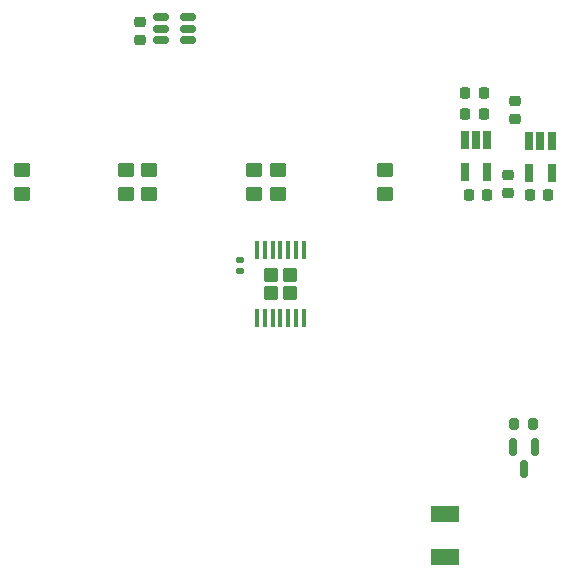
<source format=gbp>
G04 #@! TF.GenerationSoftware,KiCad,Pcbnew,6.0.11-2627ca5db0~126~ubuntu20.04.1*
G04 #@! TF.CreationDate,2024-01-15T23:09:37+09:00*
G04 #@! TF.ProjectId,motor_driver,6d6f746f-725f-4647-9269-7665722e6b69,rev?*
G04 #@! TF.SameCoordinates,Original*
G04 #@! TF.FileFunction,Paste,Bot*
G04 #@! TF.FilePolarity,Positive*
%FSLAX46Y46*%
G04 Gerber Fmt 4.6, Leading zero omitted, Abs format (unit mm)*
G04 Created by KiCad (PCBNEW 6.0.11-2627ca5db0~126~ubuntu20.04.1) date 2024-01-15 23:09:37*
%MOMM*%
%LPD*%
G01*
G04 APERTURE LIST*
G04 Aperture macros list*
%AMRoundRect*
0 Rectangle with rounded corners*
0 $1 Rounding radius*
0 $2 $3 $4 $5 $6 $7 $8 $9 X,Y pos of 4 corners*
0 Add a 4 corners polygon primitive as box body*
4,1,4,$2,$3,$4,$5,$6,$7,$8,$9,$2,$3,0*
0 Add four circle primitives for the rounded corners*
1,1,$1+$1,$2,$3*
1,1,$1+$1,$4,$5*
1,1,$1+$1,$6,$7*
1,1,$1+$1,$8,$9*
0 Add four rect primitives between the rounded corners*
20,1,$1+$1,$2,$3,$4,$5,0*
20,1,$1+$1,$4,$5,$6,$7,0*
20,1,$1+$1,$6,$7,$8,$9,0*
20,1,$1+$1,$8,$9,$2,$3,0*%
G04 Aperture macros list end*
%ADD10RoundRect,0.250000X0.450000X-0.350000X0.450000X0.350000X-0.450000X0.350000X-0.450000X-0.350000X0*%
%ADD11RoundRect,0.225000X0.250000X-0.225000X0.250000X0.225000X-0.250000X0.225000X-0.250000X-0.225000X0*%
%ADD12RoundRect,0.225000X-0.225000X-0.250000X0.225000X-0.250000X0.225000X0.250000X-0.225000X0.250000X0*%
%ADD13RoundRect,0.250000X-0.450000X0.350000X-0.450000X-0.350000X0.450000X-0.350000X0.450000X0.350000X0*%
%ADD14R,2.400000X1.450000*%
%ADD15RoundRect,0.250001X-0.374999X0.354999X-0.374999X-0.354999X0.374999X-0.354999X0.374999X0.354999X0*%
%ADD16RoundRect,0.100000X-0.100000X0.687500X-0.100000X-0.687500X0.100000X-0.687500X0.100000X0.687500X0*%
%ADD17RoundRect,0.150000X0.512500X0.150000X-0.512500X0.150000X-0.512500X-0.150000X0.512500X-0.150000X0*%
%ADD18RoundRect,0.225000X-0.250000X0.225000X-0.250000X-0.225000X0.250000X-0.225000X0.250000X0.225000X0*%
%ADD19R,0.650000X1.560000*%
%ADD20RoundRect,0.150000X-0.150000X0.587500X-0.150000X-0.587500X0.150000X-0.587500X0.150000X0.587500X0*%
%ADD21RoundRect,0.200000X-0.200000X-0.275000X0.200000X-0.275000X0.200000X0.275000X-0.200000X0.275000X0*%
%ADD22RoundRect,0.140000X-0.170000X0.140000X-0.170000X-0.140000X0.170000X-0.140000X0.170000X0.140000X0*%
G04 APERTURE END LIST*
D10*
X93569200Y-92592400D03*
X93569200Y-90592400D03*
D11*
X135295600Y-86300600D03*
X135295600Y-84750600D03*
D12*
X131117000Y-85830400D03*
X132667000Y-85830400D03*
D13*
X124300800Y-90593580D03*
X124300800Y-92593580D03*
D14*
X129438400Y-123338600D03*
X129438400Y-119688600D03*
D12*
X131421800Y-92688400D03*
X132971800Y-92688400D03*
D10*
X104343200Y-92592400D03*
X104343200Y-90592400D03*
X115265200Y-92592400D03*
X115265200Y-90592400D03*
D13*
X102357600Y-90592400D03*
X102357600Y-92592400D03*
D15*
X114693400Y-99529200D03*
X116243400Y-101029200D03*
X116243400Y-99529200D03*
X114693400Y-101029200D03*
D16*
X113518400Y-97416700D03*
X114168400Y-97416700D03*
X114818400Y-97416700D03*
X115468400Y-97416700D03*
X116118400Y-97416700D03*
X116768400Y-97416700D03*
X117418400Y-97416700D03*
X117418400Y-103141700D03*
X116768400Y-103141700D03*
X116118400Y-103141700D03*
X115468400Y-103141700D03*
X114818400Y-103141700D03*
X114168400Y-103141700D03*
X113518400Y-103141700D03*
D17*
X107614300Y-77688400D03*
X107614300Y-78638400D03*
X107614300Y-79588400D03*
X105339300Y-79588400D03*
X105339300Y-78638400D03*
X105339300Y-77688400D03*
D18*
X134736800Y-90999000D03*
X134736800Y-92549000D03*
D19*
X136530000Y-88138000D03*
X137480000Y-88138000D03*
X138430000Y-88138000D03*
X138430000Y-90838000D03*
X136530000Y-90838000D03*
D13*
X113233200Y-90592400D03*
X113233200Y-92592400D03*
D19*
X131094400Y-88087200D03*
X132044400Y-88087200D03*
X132994400Y-88087200D03*
X132994400Y-90787200D03*
X131094400Y-90787200D03*
D18*
X103559600Y-78082200D03*
X103559600Y-79632200D03*
D20*
X135158400Y-114046000D03*
X137058400Y-114046000D03*
X136108400Y-115921000D03*
D12*
X136603400Y-92739200D03*
X138153400Y-92739200D03*
D21*
X135232600Y-112087900D03*
X136882600Y-112087900D03*
D22*
X112064800Y-98224400D03*
X112064800Y-99184400D03*
D12*
X131131100Y-84095600D03*
X132681100Y-84095600D03*
M02*

</source>
